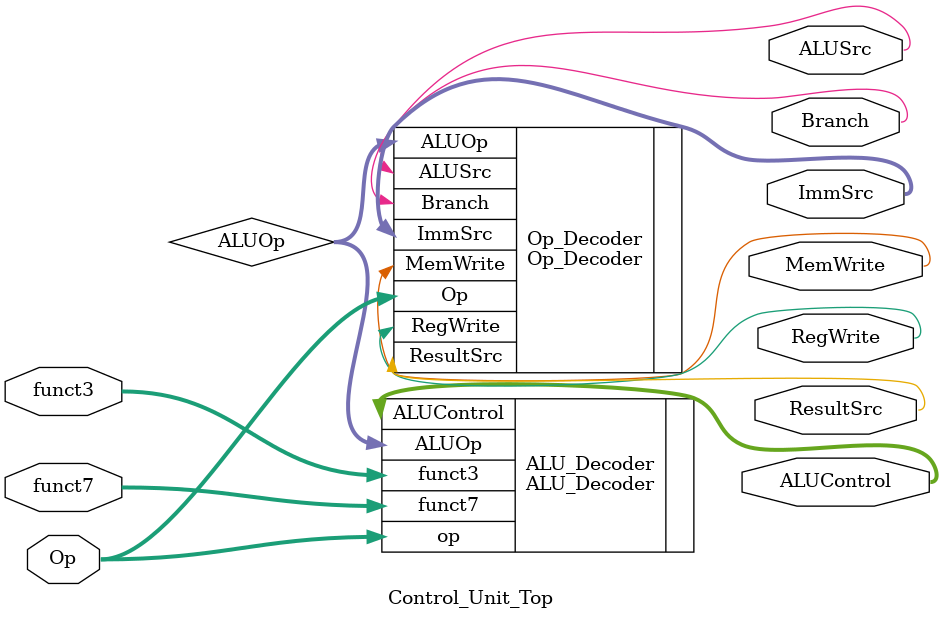
<source format=v>
`include "ALU_Decoder.v"
`include "Main_Decoder.v"

module Control_Unit_Top(Op,RegWrite,ImmSrc,ALUSrc,MemWrite,ResultSrc,Branch,funct3,funct7,ALUControl);

    input [6:0]Op,funct7;
    input [2:0]funct3;
    output RegWrite,ALUSrc,MemWrite,ResultSrc,Branch;
    output [1:0]ImmSrc;
    output [2:0]ALUControl;

    wire [1:0]ALUOp;

    Op_Decoder Op_Decoder(
                .Op(Op),
                .RegWrite(RegWrite),
                .ImmSrc(ImmSrc),
                .MemWrite(MemWrite),
                .ResultSrc(ResultSrc),
                .Branch(Branch),
                .ALUSrc(ALUSrc),
                .ALUOp(ALUOp)
    );

    ALU_Decoder ALU_Decoder(
                            .ALUOp(ALUOp),
                            .funct3(funct3),
                            .funct7(funct7),
                            .op(Op),
                            .ALUControl(ALUControl)
    );


endmodule
</source>
